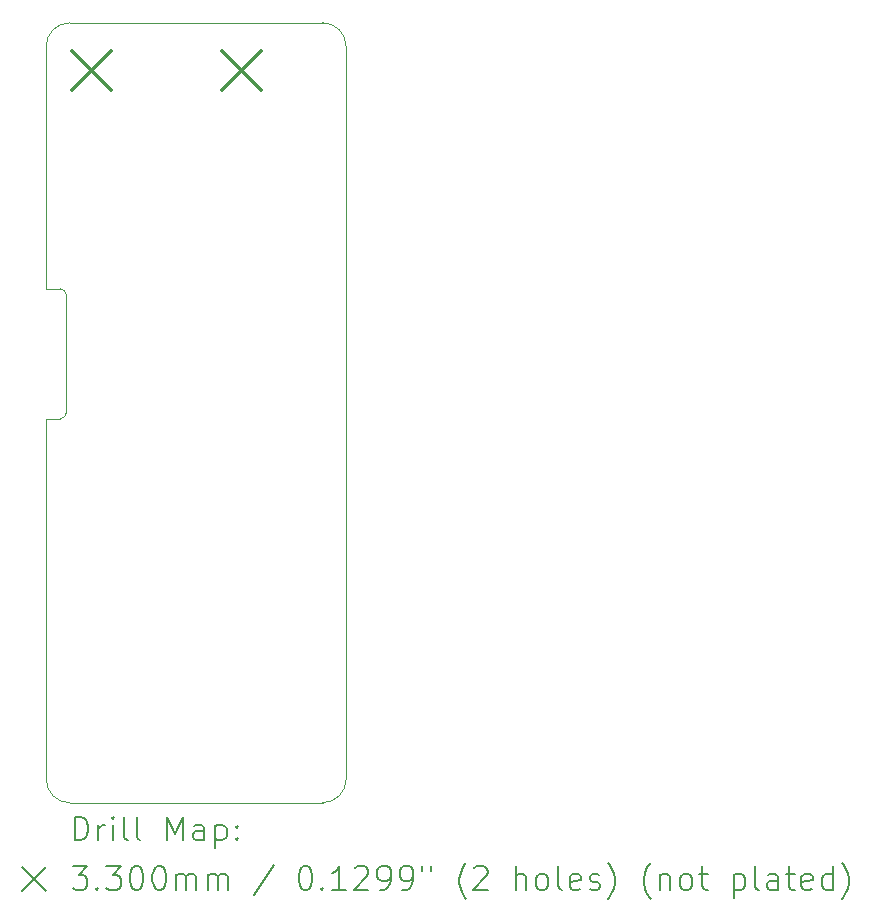
<source format=gbr>
%TF.GenerationSoftware,KiCad,Pcbnew,7.0.1*%
%TF.CreationDate,2023-04-26T14:08:55+02:00*%
%TF.ProjectId,radartof-hardware,72616461-7274-46f6-962d-686172647761,1.4*%
%TF.SameCoordinates,Original*%
%TF.FileFunction,Drillmap*%
%TF.FilePolarity,Positive*%
%FSLAX45Y45*%
G04 Gerber Fmt 4.5, Leading zero omitted, Abs format (unit mm)*
G04 Created by KiCad (PCBNEW 7.0.1) date 2023-04-26 14:08:55*
%MOMM*%
%LPD*%
G01*
G04 APERTURE LIST*
%ADD10C,0.100000*%
%ADD11C,0.200000*%
%ADD12C,0.330000*%
G04 APERTURE END LIST*
D10*
X16270000Y-6898000D02*
G75*
G03*
X16070000Y-6698000I-200000J0D01*
G01*
X13850000Y-10050000D02*
G75*
G03*
X13900000Y-10000000I0J50000D01*
G01*
X13930000Y-6698000D02*
X16070000Y-6698000D01*
X13930000Y-6698000D02*
G75*
G03*
X13730000Y-6898000I0J-200000D01*
G01*
X13730000Y-8950000D02*
X13730000Y-6898000D01*
X13730000Y-13102000D02*
X13730000Y-10050000D01*
X13730000Y-13102000D02*
G75*
G03*
X13930000Y-13302000I200000J0D01*
G01*
X16270000Y-6898000D02*
X16270000Y-13102000D01*
X13850000Y-10050000D02*
X13730000Y-10050000D01*
X16070000Y-13302000D02*
X13930000Y-13302000D01*
X13900000Y-9000000D02*
G75*
G03*
X13850000Y-8950000I-50000J0D01*
G01*
X13900000Y-9000000D02*
X13900000Y-10000000D01*
X16070000Y-13302000D02*
G75*
G03*
X16270000Y-13102000I0J200000D01*
G01*
X13850000Y-8950000D02*
X13730000Y-8950000D01*
D11*
D12*
X13950000Y-6935000D02*
X14280000Y-7265000D01*
X14280000Y-6935000D02*
X13950000Y-7265000D01*
X15220000Y-6935000D02*
X15550000Y-7265000D01*
X15550000Y-6935000D02*
X15220000Y-7265000D01*
D11*
X13972619Y-13619524D02*
X13972619Y-13419524D01*
X13972619Y-13419524D02*
X14020238Y-13419524D01*
X14020238Y-13419524D02*
X14048809Y-13429048D01*
X14048809Y-13429048D02*
X14067857Y-13448095D01*
X14067857Y-13448095D02*
X14077381Y-13467143D01*
X14077381Y-13467143D02*
X14086905Y-13505238D01*
X14086905Y-13505238D02*
X14086905Y-13533809D01*
X14086905Y-13533809D02*
X14077381Y-13571905D01*
X14077381Y-13571905D02*
X14067857Y-13590952D01*
X14067857Y-13590952D02*
X14048809Y-13610000D01*
X14048809Y-13610000D02*
X14020238Y-13619524D01*
X14020238Y-13619524D02*
X13972619Y-13619524D01*
X14172619Y-13619524D02*
X14172619Y-13486190D01*
X14172619Y-13524286D02*
X14182143Y-13505238D01*
X14182143Y-13505238D02*
X14191667Y-13495714D01*
X14191667Y-13495714D02*
X14210714Y-13486190D01*
X14210714Y-13486190D02*
X14229762Y-13486190D01*
X14296428Y-13619524D02*
X14296428Y-13486190D01*
X14296428Y-13419524D02*
X14286905Y-13429048D01*
X14286905Y-13429048D02*
X14296428Y-13438571D01*
X14296428Y-13438571D02*
X14305952Y-13429048D01*
X14305952Y-13429048D02*
X14296428Y-13419524D01*
X14296428Y-13419524D02*
X14296428Y-13438571D01*
X14420238Y-13619524D02*
X14401190Y-13610000D01*
X14401190Y-13610000D02*
X14391667Y-13590952D01*
X14391667Y-13590952D02*
X14391667Y-13419524D01*
X14525000Y-13619524D02*
X14505952Y-13610000D01*
X14505952Y-13610000D02*
X14496428Y-13590952D01*
X14496428Y-13590952D02*
X14496428Y-13419524D01*
X14753571Y-13619524D02*
X14753571Y-13419524D01*
X14753571Y-13419524D02*
X14820238Y-13562381D01*
X14820238Y-13562381D02*
X14886905Y-13419524D01*
X14886905Y-13419524D02*
X14886905Y-13619524D01*
X15067857Y-13619524D02*
X15067857Y-13514762D01*
X15067857Y-13514762D02*
X15058333Y-13495714D01*
X15058333Y-13495714D02*
X15039286Y-13486190D01*
X15039286Y-13486190D02*
X15001190Y-13486190D01*
X15001190Y-13486190D02*
X14982143Y-13495714D01*
X15067857Y-13610000D02*
X15048809Y-13619524D01*
X15048809Y-13619524D02*
X15001190Y-13619524D01*
X15001190Y-13619524D02*
X14982143Y-13610000D01*
X14982143Y-13610000D02*
X14972619Y-13590952D01*
X14972619Y-13590952D02*
X14972619Y-13571905D01*
X14972619Y-13571905D02*
X14982143Y-13552857D01*
X14982143Y-13552857D02*
X15001190Y-13543333D01*
X15001190Y-13543333D02*
X15048809Y-13543333D01*
X15048809Y-13543333D02*
X15067857Y-13533809D01*
X15163095Y-13486190D02*
X15163095Y-13686190D01*
X15163095Y-13495714D02*
X15182143Y-13486190D01*
X15182143Y-13486190D02*
X15220238Y-13486190D01*
X15220238Y-13486190D02*
X15239286Y-13495714D01*
X15239286Y-13495714D02*
X15248809Y-13505238D01*
X15248809Y-13505238D02*
X15258333Y-13524286D01*
X15258333Y-13524286D02*
X15258333Y-13581428D01*
X15258333Y-13581428D02*
X15248809Y-13600476D01*
X15248809Y-13600476D02*
X15239286Y-13610000D01*
X15239286Y-13610000D02*
X15220238Y-13619524D01*
X15220238Y-13619524D02*
X15182143Y-13619524D01*
X15182143Y-13619524D02*
X15163095Y-13610000D01*
X15344048Y-13600476D02*
X15353571Y-13610000D01*
X15353571Y-13610000D02*
X15344048Y-13619524D01*
X15344048Y-13619524D02*
X15334524Y-13610000D01*
X15334524Y-13610000D02*
X15344048Y-13600476D01*
X15344048Y-13600476D02*
X15344048Y-13619524D01*
X15344048Y-13495714D02*
X15353571Y-13505238D01*
X15353571Y-13505238D02*
X15344048Y-13514762D01*
X15344048Y-13514762D02*
X15334524Y-13505238D01*
X15334524Y-13505238D02*
X15344048Y-13495714D01*
X15344048Y-13495714D02*
X15344048Y-13514762D01*
X13525000Y-13847000D02*
X13725000Y-14047000D01*
X13725000Y-13847000D02*
X13525000Y-14047000D01*
X13953571Y-13839524D02*
X14077381Y-13839524D01*
X14077381Y-13839524D02*
X14010714Y-13915714D01*
X14010714Y-13915714D02*
X14039286Y-13915714D01*
X14039286Y-13915714D02*
X14058333Y-13925238D01*
X14058333Y-13925238D02*
X14067857Y-13934762D01*
X14067857Y-13934762D02*
X14077381Y-13953809D01*
X14077381Y-13953809D02*
X14077381Y-14001428D01*
X14077381Y-14001428D02*
X14067857Y-14020476D01*
X14067857Y-14020476D02*
X14058333Y-14030000D01*
X14058333Y-14030000D02*
X14039286Y-14039524D01*
X14039286Y-14039524D02*
X13982143Y-14039524D01*
X13982143Y-14039524D02*
X13963095Y-14030000D01*
X13963095Y-14030000D02*
X13953571Y-14020476D01*
X14163095Y-14020476D02*
X14172619Y-14030000D01*
X14172619Y-14030000D02*
X14163095Y-14039524D01*
X14163095Y-14039524D02*
X14153571Y-14030000D01*
X14153571Y-14030000D02*
X14163095Y-14020476D01*
X14163095Y-14020476D02*
X14163095Y-14039524D01*
X14239286Y-13839524D02*
X14363095Y-13839524D01*
X14363095Y-13839524D02*
X14296428Y-13915714D01*
X14296428Y-13915714D02*
X14325000Y-13915714D01*
X14325000Y-13915714D02*
X14344048Y-13925238D01*
X14344048Y-13925238D02*
X14353571Y-13934762D01*
X14353571Y-13934762D02*
X14363095Y-13953809D01*
X14363095Y-13953809D02*
X14363095Y-14001428D01*
X14363095Y-14001428D02*
X14353571Y-14020476D01*
X14353571Y-14020476D02*
X14344048Y-14030000D01*
X14344048Y-14030000D02*
X14325000Y-14039524D01*
X14325000Y-14039524D02*
X14267857Y-14039524D01*
X14267857Y-14039524D02*
X14248809Y-14030000D01*
X14248809Y-14030000D02*
X14239286Y-14020476D01*
X14486905Y-13839524D02*
X14505952Y-13839524D01*
X14505952Y-13839524D02*
X14525000Y-13849048D01*
X14525000Y-13849048D02*
X14534524Y-13858571D01*
X14534524Y-13858571D02*
X14544048Y-13877619D01*
X14544048Y-13877619D02*
X14553571Y-13915714D01*
X14553571Y-13915714D02*
X14553571Y-13963333D01*
X14553571Y-13963333D02*
X14544048Y-14001428D01*
X14544048Y-14001428D02*
X14534524Y-14020476D01*
X14534524Y-14020476D02*
X14525000Y-14030000D01*
X14525000Y-14030000D02*
X14505952Y-14039524D01*
X14505952Y-14039524D02*
X14486905Y-14039524D01*
X14486905Y-14039524D02*
X14467857Y-14030000D01*
X14467857Y-14030000D02*
X14458333Y-14020476D01*
X14458333Y-14020476D02*
X14448809Y-14001428D01*
X14448809Y-14001428D02*
X14439286Y-13963333D01*
X14439286Y-13963333D02*
X14439286Y-13915714D01*
X14439286Y-13915714D02*
X14448809Y-13877619D01*
X14448809Y-13877619D02*
X14458333Y-13858571D01*
X14458333Y-13858571D02*
X14467857Y-13849048D01*
X14467857Y-13849048D02*
X14486905Y-13839524D01*
X14677381Y-13839524D02*
X14696429Y-13839524D01*
X14696429Y-13839524D02*
X14715476Y-13849048D01*
X14715476Y-13849048D02*
X14725000Y-13858571D01*
X14725000Y-13858571D02*
X14734524Y-13877619D01*
X14734524Y-13877619D02*
X14744048Y-13915714D01*
X14744048Y-13915714D02*
X14744048Y-13963333D01*
X14744048Y-13963333D02*
X14734524Y-14001428D01*
X14734524Y-14001428D02*
X14725000Y-14020476D01*
X14725000Y-14020476D02*
X14715476Y-14030000D01*
X14715476Y-14030000D02*
X14696429Y-14039524D01*
X14696429Y-14039524D02*
X14677381Y-14039524D01*
X14677381Y-14039524D02*
X14658333Y-14030000D01*
X14658333Y-14030000D02*
X14648809Y-14020476D01*
X14648809Y-14020476D02*
X14639286Y-14001428D01*
X14639286Y-14001428D02*
X14629762Y-13963333D01*
X14629762Y-13963333D02*
X14629762Y-13915714D01*
X14629762Y-13915714D02*
X14639286Y-13877619D01*
X14639286Y-13877619D02*
X14648809Y-13858571D01*
X14648809Y-13858571D02*
X14658333Y-13849048D01*
X14658333Y-13849048D02*
X14677381Y-13839524D01*
X14829762Y-14039524D02*
X14829762Y-13906190D01*
X14829762Y-13925238D02*
X14839286Y-13915714D01*
X14839286Y-13915714D02*
X14858333Y-13906190D01*
X14858333Y-13906190D02*
X14886905Y-13906190D01*
X14886905Y-13906190D02*
X14905952Y-13915714D01*
X14905952Y-13915714D02*
X14915476Y-13934762D01*
X14915476Y-13934762D02*
X14915476Y-14039524D01*
X14915476Y-13934762D02*
X14925000Y-13915714D01*
X14925000Y-13915714D02*
X14944048Y-13906190D01*
X14944048Y-13906190D02*
X14972619Y-13906190D01*
X14972619Y-13906190D02*
X14991667Y-13915714D01*
X14991667Y-13915714D02*
X15001190Y-13934762D01*
X15001190Y-13934762D02*
X15001190Y-14039524D01*
X15096429Y-14039524D02*
X15096429Y-13906190D01*
X15096429Y-13925238D02*
X15105952Y-13915714D01*
X15105952Y-13915714D02*
X15125000Y-13906190D01*
X15125000Y-13906190D02*
X15153571Y-13906190D01*
X15153571Y-13906190D02*
X15172619Y-13915714D01*
X15172619Y-13915714D02*
X15182143Y-13934762D01*
X15182143Y-13934762D02*
X15182143Y-14039524D01*
X15182143Y-13934762D02*
X15191667Y-13915714D01*
X15191667Y-13915714D02*
X15210714Y-13906190D01*
X15210714Y-13906190D02*
X15239286Y-13906190D01*
X15239286Y-13906190D02*
X15258333Y-13915714D01*
X15258333Y-13915714D02*
X15267857Y-13934762D01*
X15267857Y-13934762D02*
X15267857Y-14039524D01*
X15658333Y-13830000D02*
X15486905Y-14087143D01*
X15915476Y-13839524D02*
X15934524Y-13839524D01*
X15934524Y-13839524D02*
X15953572Y-13849048D01*
X15953572Y-13849048D02*
X15963095Y-13858571D01*
X15963095Y-13858571D02*
X15972619Y-13877619D01*
X15972619Y-13877619D02*
X15982143Y-13915714D01*
X15982143Y-13915714D02*
X15982143Y-13963333D01*
X15982143Y-13963333D02*
X15972619Y-14001428D01*
X15972619Y-14001428D02*
X15963095Y-14020476D01*
X15963095Y-14020476D02*
X15953572Y-14030000D01*
X15953572Y-14030000D02*
X15934524Y-14039524D01*
X15934524Y-14039524D02*
X15915476Y-14039524D01*
X15915476Y-14039524D02*
X15896429Y-14030000D01*
X15896429Y-14030000D02*
X15886905Y-14020476D01*
X15886905Y-14020476D02*
X15877381Y-14001428D01*
X15877381Y-14001428D02*
X15867857Y-13963333D01*
X15867857Y-13963333D02*
X15867857Y-13915714D01*
X15867857Y-13915714D02*
X15877381Y-13877619D01*
X15877381Y-13877619D02*
X15886905Y-13858571D01*
X15886905Y-13858571D02*
X15896429Y-13849048D01*
X15896429Y-13849048D02*
X15915476Y-13839524D01*
X16067857Y-14020476D02*
X16077381Y-14030000D01*
X16077381Y-14030000D02*
X16067857Y-14039524D01*
X16067857Y-14039524D02*
X16058333Y-14030000D01*
X16058333Y-14030000D02*
X16067857Y-14020476D01*
X16067857Y-14020476D02*
X16067857Y-14039524D01*
X16267857Y-14039524D02*
X16153572Y-14039524D01*
X16210714Y-14039524D02*
X16210714Y-13839524D01*
X16210714Y-13839524D02*
X16191667Y-13868095D01*
X16191667Y-13868095D02*
X16172619Y-13887143D01*
X16172619Y-13887143D02*
X16153572Y-13896667D01*
X16344048Y-13858571D02*
X16353572Y-13849048D01*
X16353572Y-13849048D02*
X16372619Y-13839524D01*
X16372619Y-13839524D02*
X16420238Y-13839524D01*
X16420238Y-13839524D02*
X16439286Y-13849048D01*
X16439286Y-13849048D02*
X16448810Y-13858571D01*
X16448810Y-13858571D02*
X16458333Y-13877619D01*
X16458333Y-13877619D02*
X16458333Y-13896667D01*
X16458333Y-13896667D02*
X16448810Y-13925238D01*
X16448810Y-13925238D02*
X16334524Y-14039524D01*
X16334524Y-14039524D02*
X16458333Y-14039524D01*
X16553572Y-14039524D02*
X16591667Y-14039524D01*
X16591667Y-14039524D02*
X16610714Y-14030000D01*
X16610714Y-14030000D02*
X16620238Y-14020476D01*
X16620238Y-14020476D02*
X16639286Y-13991905D01*
X16639286Y-13991905D02*
X16648810Y-13953809D01*
X16648810Y-13953809D02*
X16648810Y-13877619D01*
X16648810Y-13877619D02*
X16639286Y-13858571D01*
X16639286Y-13858571D02*
X16629762Y-13849048D01*
X16629762Y-13849048D02*
X16610714Y-13839524D01*
X16610714Y-13839524D02*
X16572619Y-13839524D01*
X16572619Y-13839524D02*
X16553572Y-13849048D01*
X16553572Y-13849048D02*
X16544048Y-13858571D01*
X16544048Y-13858571D02*
X16534524Y-13877619D01*
X16534524Y-13877619D02*
X16534524Y-13925238D01*
X16534524Y-13925238D02*
X16544048Y-13944286D01*
X16544048Y-13944286D02*
X16553572Y-13953809D01*
X16553572Y-13953809D02*
X16572619Y-13963333D01*
X16572619Y-13963333D02*
X16610714Y-13963333D01*
X16610714Y-13963333D02*
X16629762Y-13953809D01*
X16629762Y-13953809D02*
X16639286Y-13944286D01*
X16639286Y-13944286D02*
X16648810Y-13925238D01*
X16744048Y-14039524D02*
X16782143Y-14039524D01*
X16782143Y-14039524D02*
X16801191Y-14030000D01*
X16801191Y-14030000D02*
X16810715Y-14020476D01*
X16810715Y-14020476D02*
X16829762Y-13991905D01*
X16829762Y-13991905D02*
X16839286Y-13953809D01*
X16839286Y-13953809D02*
X16839286Y-13877619D01*
X16839286Y-13877619D02*
X16829762Y-13858571D01*
X16829762Y-13858571D02*
X16820238Y-13849048D01*
X16820238Y-13849048D02*
X16801191Y-13839524D01*
X16801191Y-13839524D02*
X16763095Y-13839524D01*
X16763095Y-13839524D02*
X16744048Y-13849048D01*
X16744048Y-13849048D02*
X16734524Y-13858571D01*
X16734524Y-13858571D02*
X16725000Y-13877619D01*
X16725000Y-13877619D02*
X16725000Y-13925238D01*
X16725000Y-13925238D02*
X16734524Y-13944286D01*
X16734524Y-13944286D02*
X16744048Y-13953809D01*
X16744048Y-13953809D02*
X16763095Y-13963333D01*
X16763095Y-13963333D02*
X16801191Y-13963333D01*
X16801191Y-13963333D02*
X16820238Y-13953809D01*
X16820238Y-13953809D02*
X16829762Y-13944286D01*
X16829762Y-13944286D02*
X16839286Y-13925238D01*
X16915476Y-13839524D02*
X16915476Y-13877619D01*
X16991667Y-13839524D02*
X16991667Y-13877619D01*
X17286905Y-14115714D02*
X17277381Y-14106190D01*
X17277381Y-14106190D02*
X17258334Y-14077619D01*
X17258334Y-14077619D02*
X17248810Y-14058571D01*
X17248810Y-14058571D02*
X17239286Y-14030000D01*
X17239286Y-14030000D02*
X17229762Y-13982381D01*
X17229762Y-13982381D02*
X17229762Y-13944286D01*
X17229762Y-13944286D02*
X17239286Y-13896667D01*
X17239286Y-13896667D02*
X17248810Y-13868095D01*
X17248810Y-13868095D02*
X17258334Y-13849048D01*
X17258334Y-13849048D02*
X17277381Y-13820476D01*
X17277381Y-13820476D02*
X17286905Y-13810952D01*
X17353572Y-13858571D02*
X17363096Y-13849048D01*
X17363096Y-13849048D02*
X17382143Y-13839524D01*
X17382143Y-13839524D02*
X17429762Y-13839524D01*
X17429762Y-13839524D02*
X17448810Y-13849048D01*
X17448810Y-13849048D02*
X17458334Y-13858571D01*
X17458334Y-13858571D02*
X17467857Y-13877619D01*
X17467857Y-13877619D02*
X17467857Y-13896667D01*
X17467857Y-13896667D02*
X17458334Y-13925238D01*
X17458334Y-13925238D02*
X17344048Y-14039524D01*
X17344048Y-14039524D02*
X17467857Y-14039524D01*
X17705953Y-14039524D02*
X17705953Y-13839524D01*
X17791667Y-14039524D02*
X17791667Y-13934762D01*
X17791667Y-13934762D02*
X17782143Y-13915714D01*
X17782143Y-13915714D02*
X17763096Y-13906190D01*
X17763096Y-13906190D02*
X17734524Y-13906190D01*
X17734524Y-13906190D02*
X17715477Y-13915714D01*
X17715477Y-13915714D02*
X17705953Y-13925238D01*
X17915477Y-14039524D02*
X17896429Y-14030000D01*
X17896429Y-14030000D02*
X17886905Y-14020476D01*
X17886905Y-14020476D02*
X17877381Y-14001428D01*
X17877381Y-14001428D02*
X17877381Y-13944286D01*
X17877381Y-13944286D02*
X17886905Y-13925238D01*
X17886905Y-13925238D02*
X17896429Y-13915714D01*
X17896429Y-13915714D02*
X17915477Y-13906190D01*
X17915477Y-13906190D02*
X17944048Y-13906190D01*
X17944048Y-13906190D02*
X17963096Y-13915714D01*
X17963096Y-13915714D02*
X17972619Y-13925238D01*
X17972619Y-13925238D02*
X17982143Y-13944286D01*
X17982143Y-13944286D02*
X17982143Y-14001428D01*
X17982143Y-14001428D02*
X17972619Y-14020476D01*
X17972619Y-14020476D02*
X17963096Y-14030000D01*
X17963096Y-14030000D02*
X17944048Y-14039524D01*
X17944048Y-14039524D02*
X17915477Y-14039524D01*
X18096429Y-14039524D02*
X18077381Y-14030000D01*
X18077381Y-14030000D02*
X18067858Y-14010952D01*
X18067858Y-14010952D02*
X18067858Y-13839524D01*
X18248810Y-14030000D02*
X18229762Y-14039524D01*
X18229762Y-14039524D02*
X18191667Y-14039524D01*
X18191667Y-14039524D02*
X18172619Y-14030000D01*
X18172619Y-14030000D02*
X18163096Y-14010952D01*
X18163096Y-14010952D02*
X18163096Y-13934762D01*
X18163096Y-13934762D02*
X18172619Y-13915714D01*
X18172619Y-13915714D02*
X18191667Y-13906190D01*
X18191667Y-13906190D02*
X18229762Y-13906190D01*
X18229762Y-13906190D02*
X18248810Y-13915714D01*
X18248810Y-13915714D02*
X18258334Y-13934762D01*
X18258334Y-13934762D02*
X18258334Y-13953809D01*
X18258334Y-13953809D02*
X18163096Y-13972857D01*
X18334524Y-14030000D02*
X18353572Y-14039524D01*
X18353572Y-14039524D02*
X18391667Y-14039524D01*
X18391667Y-14039524D02*
X18410715Y-14030000D01*
X18410715Y-14030000D02*
X18420239Y-14010952D01*
X18420239Y-14010952D02*
X18420239Y-14001428D01*
X18420239Y-14001428D02*
X18410715Y-13982381D01*
X18410715Y-13982381D02*
X18391667Y-13972857D01*
X18391667Y-13972857D02*
X18363096Y-13972857D01*
X18363096Y-13972857D02*
X18344048Y-13963333D01*
X18344048Y-13963333D02*
X18334524Y-13944286D01*
X18334524Y-13944286D02*
X18334524Y-13934762D01*
X18334524Y-13934762D02*
X18344048Y-13915714D01*
X18344048Y-13915714D02*
X18363096Y-13906190D01*
X18363096Y-13906190D02*
X18391667Y-13906190D01*
X18391667Y-13906190D02*
X18410715Y-13915714D01*
X18486905Y-14115714D02*
X18496429Y-14106190D01*
X18496429Y-14106190D02*
X18515477Y-14077619D01*
X18515477Y-14077619D02*
X18525000Y-14058571D01*
X18525000Y-14058571D02*
X18534524Y-14030000D01*
X18534524Y-14030000D02*
X18544048Y-13982381D01*
X18544048Y-13982381D02*
X18544048Y-13944286D01*
X18544048Y-13944286D02*
X18534524Y-13896667D01*
X18534524Y-13896667D02*
X18525000Y-13868095D01*
X18525000Y-13868095D02*
X18515477Y-13849048D01*
X18515477Y-13849048D02*
X18496429Y-13820476D01*
X18496429Y-13820476D02*
X18486905Y-13810952D01*
X18848810Y-14115714D02*
X18839286Y-14106190D01*
X18839286Y-14106190D02*
X18820239Y-14077619D01*
X18820239Y-14077619D02*
X18810715Y-14058571D01*
X18810715Y-14058571D02*
X18801191Y-14030000D01*
X18801191Y-14030000D02*
X18791667Y-13982381D01*
X18791667Y-13982381D02*
X18791667Y-13944286D01*
X18791667Y-13944286D02*
X18801191Y-13896667D01*
X18801191Y-13896667D02*
X18810715Y-13868095D01*
X18810715Y-13868095D02*
X18820239Y-13849048D01*
X18820239Y-13849048D02*
X18839286Y-13820476D01*
X18839286Y-13820476D02*
X18848810Y-13810952D01*
X18925000Y-13906190D02*
X18925000Y-14039524D01*
X18925000Y-13925238D02*
X18934524Y-13915714D01*
X18934524Y-13915714D02*
X18953572Y-13906190D01*
X18953572Y-13906190D02*
X18982143Y-13906190D01*
X18982143Y-13906190D02*
X19001191Y-13915714D01*
X19001191Y-13915714D02*
X19010715Y-13934762D01*
X19010715Y-13934762D02*
X19010715Y-14039524D01*
X19134524Y-14039524D02*
X19115477Y-14030000D01*
X19115477Y-14030000D02*
X19105953Y-14020476D01*
X19105953Y-14020476D02*
X19096429Y-14001428D01*
X19096429Y-14001428D02*
X19096429Y-13944286D01*
X19096429Y-13944286D02*
X19105953Y-13925238D01*
X19105953Y-13925238D02*
X19115477Y-13915714D01*
X19115477Y-13915714D02*
X19134524Y-13906190D01*
X19134524Y-13906190D02*
X19163096Y-13906190D01*
X19163096Y-13906190D02*
X19182143Y-13915714D01*
X19182143Y-13915714D02*
X19191667Y-13925238D01*
X19191667Y-13925238D02*
X19201191Y-13944286D01*
X19201191Y-13944286D02*
X19201191Y-14001428D01*
X19201191Y-14001428D02*
X19191667Y-14020476D01*
X19191667Y-14020476D02*
X19182143Y-14030000D01*
X19182143Y-14030000D02*
X19163096Y-14039524D01*
X19163096Y-14039524D02*
X19134524Y-14039524D01*
X19258334Y-13906190D02*
X19334524Y-13906190D01*
X19286905Y-13839524D02*
X19286905Y-14010952D01*
X19286905Y-14010952D02*
X19296429Y-14030000D01*
X19296429Y-14030000D02*
X19315477Y-14039524D01*
X19315477Y-14039524D02*
X19334524Y-14039524D01*
X19553572Y-13906190D02*
X19553572Y-14106190D01*
X19553572Y-13915714D02*
X19572620Y-13906190D01*
X19572620Y-13906190D02*
X19610715Y-13906190D01*
X19610715Y-13906190D02*
X19629762Y-13915714D01*
X19629762Y-13915714D02*
X19639286Y-13925238D01*
X19639286Y-13925238D02*
X19648810Y-13944286D01*
X19648810Y-13944286D02*
X19648810Y-14001428D01*
X19648810Y-14001428D02*
X19639286Y-14020476D01*
X19639286Y-14020476D02*
X19629762Y-14030000D01*
X19629762Y-14030000D02*
X19610715Y-14039524D01*
X19610715Y-14039524D02*
X19572620Y-14039524D01*
X19572620Y-14039524D02*
X19553572Y-14030000D01*
X19763096Y-14039524D02*
X19744048Y-14030000D01*
X19744048Y-14030000D02*
X19734524Y-14010952D01*
X19734524Y-14010952D02*
X19734524Y-13839524D01*
X19925001Y-14039524D02*
X19925001Y-13934762D01*
X19925001Y-13934762D02*
X19915477Y-13915714D01*
X19915477Y-13915714D02*
X19896429Y-13906190D01*
X19896429Y-13906190D02*
X19858334Y-13906190D01*
X19858334Y-13906190D02*
X19839286Y-13915714D01*
X19925001Y-14030000D02*
X19905953Y-14039524D01*
X19905953Y-14039524D02*
X19858334Y-14039524D01*
X19858334Y-14039524D02*
X19839286Y-14030000D01*
X19839286Y-14030000D02*
X19829762Y-14010952D01*
X19829762Y-14010952D02*
X19829762Y-13991905D01*
X19829762Y-13991905D02*
X19839286Y-13972857D01*
X19839286Y-13972857D02*
X19858334Y-13963333D01*
X19858334Y-13963333D02*
X19905953Y-13963333D01*
X19905953Y-13963333D02*
X19925001Y-13953809D01*
X19991667Y-13906190D02*
X20067858Y-13906190D01*
X20020239Y-13839524D02*
X20020239Y-14010952D01*
X20020239Y-14010952D02*
X20029762Y-14030000D01*
X20029762Y-14030000D02*
X20048810Y-14039524D01*
X20048810Y-14039524D02*
X20067858Y-14039524D01*
X20210715Y-14030000D02*
X20191667Y-14039524D01*
X20191667Y-14039524D02*
X20153572Y-14039524D01*
X20153572Y-14039524D02*
X20134524Y-14030000D01*
X20134524Y-14030000D02*
X20125001Y-14010952D01*
X20125001Y-14010952D02*
X20125001Y-13934762D01*
X20125001Y-13934762D02*
X20134524Y-13915714D01*
X20134524Y-13915714D02*
X20153572Y-13906190D01*
X20153572Y-13906190D02*
X20191667Y-13906190D01*
X20191667Y-13906190D02*
X20210715Y-13915714D01*
X20210715Y-13915714D02*
X20220239Y-13934762D01*
X20220239Y-13934762D02*
X20220239Y-13953809D01*
X20220239Y-13953809D02*
X20125001Y-13972857D01*
X20391667Y-14039524D02*
X20391667Y-13839524D01*
X20391667Y-14030000D02*
X20372620Y-14039524D01*
X20372620Y-14039524D02*
X20334524Y-14039524D01*
X20334524Y-14039524D02*
X20315477Y-14030000D01*
X20315477Y-14030000D02*
X20305953Y-14020476D01*
X20305953Y-14020476D02*
X20296429Y-14001428D01*
X20296429Y-14001428D02*
X20296429Y-13944286D01*
X20296429Y-13944286D02*
X20305953Y-13925238D01*
X20305953Y-13925238D02*
X20315477Y-13915714D01*
X20315477Y-13915714D02*
X20334524Y-13906190D01*
X20334524Y-13906190D02*
X20372620Y-13906190D01*
X20372620Y-13906190D02*
X20391667Y-13915714D01*
X20467858Y-14115714D02*
X20477382Y-14106190D01*
X20477382Y-14106190D02*
X20496429Y-14077619D01*
X20496429Y-14077619D02*
X20505953Y-14058571D01*
X20505953Y-14058571D02*
X20515477Y-14030000D01*
X20515477Y-14030000D02*
X20525001Y-13982381D01*
X20525001Y-13982381D02*
X20525001Y-13944286D01*
X20525001Y-13944286D02*
X20515477Y-13896667D01*
X20515477Y-13896667D02*
X20505953Y-13868095D01*
X20505953Y-13868095D02*
X20496429Y-13849048D01*
X20496429Y-13849048D02*
X20477382Y-13820476D01*
X20477382Y-13820476D02*
X20467858Y-13810952D01*
M02*

</source>
